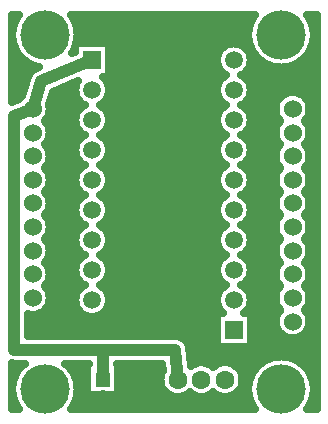
<source format=gtl>
G04 DipTrace 3.2.0.1*
G04 xbee_js_basict.gtl*
%MOIN*%
G04 #@! TF.FileFunction,Copper,L1,Top*
G04 #@! TF.Part,Single*
G04 #@! TA.AperFunction,Conductor*
%ADD13C,0.04*%
G04 #@! TA.AperFunction,CopperBalancing*
%ADD15C,0.025*%
G04 #@! TA.AperFunction,ComponentPad*
%ADD16R,0.049213X0.049213*%
%ADD17C,0.049213*%
%ADD18R,0.062992X0.062992*%
%ADD19C,0.062992*%
%ADD20R,0.059055X0.059055*%
%ADD21C,0.059055*%
%ADD22C,0.06*%
G04 #@! TA.AperFunction,ViaPad*
%ADD23C,0.165*%
%FSLAX26Y26*%
G04*
G70*
G90*
G75*
G01*
G04 Top*
%LPD*%
X506378Y1435827D2*
D13*
X534449Y1528701D1*
X704409Y1598701D1*
X990079Y533701D2*
X981058Y633701D1*
X739449D1*
X709921D1*
X444449D1*
Y1413845D1*
X506378Y1435827D1*
X739449Y533228D2*
Y633701D1*
D23*
X546929Y501969D3*
Y1683071D3*
X1334331Y501969D3*
Y1683071D3*
X438487Y1736256D2*
D15*
X449312D1*
X644570D2*
X1236683D1*
X1431977D2*
X1451055D1*
X654689Y1711387D2*
X1226564D1*
X1442096D2*
X1451091D1*
X658350Y1686518D2*
X1222903D1*
X656304Y1661650D2*
X1224949D1*
X762916Y1636781D2*
X1133265D1*
X1220439D2*
X1233166D1*
X1435493D2*
X1451091D1*
X438487Y1611912D2*
X461871D1*
X762916D2*
X1119916D1*
X1233788D2*
X1249278D1*
X1419381D2*
X1451091D1*
X438487Y1587043D2*
X492875D1*
X762916D2*
X1119557D1*
X1234147D2*
X1280282D1*
X1388377D2*
X1451091D1*
X438487Y1562175D2*
X499693D1*
X762916D2*
X1131865D1*
X1221839D2*
X1451091D1*
X438523Y1537306D2*
X485986D1*
X747486D2*
X1133767D1*
X1219937D2*
X1451091D1*
X438523Y1512437D2*
X478450D1*
X619559D2*
X647608D1*
X761229D2*
X1120023D1*
X1233645D2*
X1451091D1*
X438523Y1487568D2*
X470950D1*
X573089D2*
X646998D1*
X761804D2*
X1119449D1*
X1234255D2*
X1347350D1*
X1397707D2*
X1451127D1*
X565553Y1462699D2*
X658983D1*
X749818D2*
X1131435D1*
X1222270D2*
X1320329D1*
X1424728D2*
X1451127D1*
X565338Y1437831D2*
X661818D1*
X746983D2*
X1134269D1*
X1219435D2*
X1313547D1*
X1431474D2*
X1451127D1*
X560529Y1412962D2*
X647752D1*
X761086D2*
X1120167D1*
X1233537D2*
X1318355D1*
X1426666D2*
X1451127D1*
X556115Y1388093D2*
X646890D1*
X761911D2*
X1119342D1*
X1234362D2*
X1322805D1*
X1422252D2*
X1451127D1*
X565051Y1363224D2*
X658553D1*
X750249D2*
X1131004D1*
X1222700D2*
X1313870D1*
X1431187D2*
X1451127D1*
X562180Y1338356D2*
X662356D1*
X746481D2*
X1134772D1*
X1218932D2*
X1316740D1*
X1428316D2*
X1451127D1*
X553101Y1313487D2*
X647859D1*
X760942D2*
X1120310D1*
X1233394D2*
X1325783D1*
X1419238D2*
X1451127D1*
X564441Y1288618D2*
X646819D1*
X762019D2*
X1119234D1*
X1234470D2*
X1314480D1*
X1430577D2*
X1451163D1*
X563436Y1263749D2*
X658122D1*
X750680D2*
X1130573D1*
X1223131D2*
X1315449D1*
X1429608D2*
X1451163D1*
X549477Y1238881D2*
X662859D1*
X745943D2*
X1135310D1*
X1218394D2*
X1329408D1*
X1415613D2*
X1451163D1*
X563508Y1214012D2*
X648039D1*
X760799D2*
X1120454D1*
X1233250D2*
X1315413D1*
X1429644D2*
X1451163D1*
X564405Y1189143D2*
X646711D1*
X762091D2*
X1119162D1*
X1234542D2*
X1314516D1*
X1430541D2*
X1451163D1*
X552958Y1164274D2*
X657727D1*
X751110D2*
X1130143D1*
X1223525D2*
X1325927D1*
X1419094D2*
X1451163D1*
X562252Y1139406D2*
X663433D1*
X745405D2*
X1135848D1*
X1217856D2*
X1316669D1*
X1428388D2*
X1451163D1*
X565015Y1114537D2*
X648182D1*
X760655D2*
X1120633D1*
X1233071D2*
X1313870D1*
X1431151D2*
X1451163D1*
X555972Y1089668D2*
X646639D1*
X762198D2*
X1119054D1*
X1234650D2*
X1322913D1*
X1422109D2*
X1451199D1*
X560637Y1064799D2*
X657297D1*
X751505D2*
X1129748D1*
X1223956D2*
X1318283D1*
X1426773D2*
X1451199D1*
X565338Y1039930D2*
X663971D1*
X744830D2*
X1136422D1*
X1217282D2*
X1313583D1*
X1431474D2*
X1451199D1*
X558448Y1015062D2*
X648326D1*
X760476D2*
X1120777D1*
X1232927D2*
X1320437D1*
X1424620D2*
X1451199D1*
X558591Y990193D2*
X646532D1*
X762270D2*
X1118983D1*
X1234721D2*
X1320293D1*
X1424764D2*
X1451199D1*
X565338Y965324D2*
X656902D1*
X751900D2*
X1129353D1*
X1224351D2*
X1313547D1*
X1431474D2*
X1451199D1*
X560493Y940455D2*
X664545D1*
X744256D2*
X1136997D1*
X1216707D2*
X1318391D1*
X1426666D2*
X1451199D1*
X556151Y915587D2*
X648505D1*
X760332D2*
X1120920D1*
X1232748D2*
X1322769D1*
X1422288D2*
X1451199D1*
X565051Y890718D2*
X646460D1*
X762342D2*
X1118911D1*
X1234793D2*
X1313870D1*
X1431187D2*
X1451234D1*
X562144Y865849D2*
X656543D1*
X752294D2*
X1128959D1*
X1224710D2*
X1316740D1*
X1428281D2*
X1451234D1*
X553173Y840980D2*
X665155D1*
X743646D2*
X1137607D1*
X1216097D2*
X1325747D1*
X1419310D2*
X1451234D1*
X564441Y816112D2*
X648649D1*
X760153D2*
X1121100D1*
X1232604D2*
X1314444D1*
X1430577D2*
X1451234D1*
X563436Y791243D2*
X646388D1*
X762414D2*
X1118839D1*
X1234865D2*
X1315449D1*
X1429572D2*
X1451234D1*
X549226Y766374D2*
X656148D1*
X752653D2*
X1128600D1*
X1225104D2*
X1329336D1*
X1415685D2*
X1451234D1*
X493426Y741505D2*
X1118337D1*
X1235367D2*
X1315377D1*
X1429644D2*
X1451234D1*
X493426Y716636D2*
X1118337D1*
X1235367D2*
X1314516D1*
X1430505D2*
X1451234D1*
X493426Y691768D2*
X1118337D1*
X1235367D2*
X1325999D1*
X1419058D2*
X1451234D1*
X1016115Y666899D2*
X1118337D1*
X1235367D2*
X1451270D1*
X1029284Y642030D2*
X1451270D1*
X1031724Y617161D2*
X1451270D1*
X1033985Y592293D2*
X1270845D1*
X1397815D2*
X1451270D1*
X438667Y567424D2*
X457278D1*
X636568D2*
X685861D1*
X793059D2*
X937839D1*
X1197222D2*
X1244685D1*
X1423975D2*
X1451270D1*
X650599Y542555D2*
X685861D1*
X793059D2*
X930268D1*
X1207378D2*
X1230690D1*
X1437969D2*
X1451270D1*
X657273Y517686D2*
X685861D1*
X793059D2*
X931847D1*
X1205799D2*
X1223980D1*
X658027Y492818D2*
X685861D1*
X793059D2*
X946452D1*
X1191194D2*
X1223226D1*
X652967Y467949D2*
X1228286D1*
X1440374D2*
X1451306D1*
X438702Y443080D2*
X452721D1*
X641125D2*
X1240128D1*
X1428532D2*
X1451306D1*
X785920Y584327D2*
X790547D1*
Y482130D1*
X688350D1*
Y584327D1*
X692979D1*
X691549Y587209D1*
X614864D1*
X623998Y579038D1*
X629807Y572753D1*
X635106Y566032D1*
X639860Y558917D1*
X644042Y551450D1*
X647625Y543678D1*
X650587Y535649D1*
X652910Y527412D1*
X654579Y519019D1*
X655585Y510520D1*
X655921Y501969D1*
X655585Y493417D1*
X654579Y484918D1*
X652910Y476525D1*
X650587Y468288D1*
X647625Y460259D1*
X644042Y452487D1*
X639860Y445020D1*
X633760Y436198D1*
X1247406Y436201D1*
X1241400Y445020D1*
X1237218Y452487D1*
X1233635Y460259D1*
X1230673Y468288D1*
X1228350Y476525D1*
X1226680Y484918D1*
X1225675Y493417D1*
X1225339Y501969D1*
X1225675Y510520D1*
X1226680Y519019D1*
X1228350Y527412D1*
X1230673Y535649D1*
X1233635Y543678D1*
X1237218Y551450D1*
X1241400Y558917D1*
X1246154Y566032D1*
X1251452Y572753D1*
X1257262Y579038D1*
X1263546Y584847D1*
X1270267Y590145D1*
X1277382Y594900D1*
X1284849Y599081D1*
X1292621Y602664D1*
X1300650Y605626D1*
X1308887Y607949D1*
X1317281Y609619D1*
X1325779Y610625D1*
X1334331Y610961D1*
X1342882Y610625D1*
X1351381Y609619D1*
X1359774Y607949D1*
X1368011Y605626D1*
X1376040Y602664D1*
X1383812Y599081D1*
X1391279Y594900D1*
X1398395Y590145D1*
X1405115Y584847D1*
X1411400Y579038D1*
X1417209Y572753D1*
X1422507Y566032D1*
X1427262Y558917D1*
X1431443Y551450D1*
X1435026Y543678D1*
X1437988Y535649D1*
X1440311Y527412D1*
X1441981Y519019D1*
X1442987Y510520D1*
X1443323Y501969D1*
X1442987Y493417D1*
X1441981Y484918D1*
X1440311Y476525D1*
X1437988Y468288D1*
X1435026Y460259D1*
X1431443Y452487D1*
X1427262Y445020D1*
X1421162Y436198D1*
X1453812Y436201D1*
X1453567Y1749067D1*
X1421052Y1749060D1*
X1427262Y1740019D1*
X1431443Y1732552D1*
X1435026Y1724780D1*
X1437988Y1716751D1*
X1440311Y1708515D1*
X1441981Y1700121D1*
X1442987Y1691622D1*
X1443323Y1683071D1*
X1442987Y1674519D1*
X1441981Y1666021D1*
X1440311Y1657627D1*
X1437988Y1649390D1*
X1435026Y1641361D1*
X1431443Y1633589D1*
X1427262Y1626123D1*
X1422507Y1619007D1*
X1417209Y1612286D1*
X1411400Y1606002D1*
X1405115Y1600193D1*
X1398395Y1594894D1*
X1391279Y1590140D1*
X1383812Y1585958D1*
X1376040Y1582375D1*
X1368011Y1579413D1*
X1359774Y1577090D1*
X1351381Y1575421D1*
X1342882Y1574415D1*
X1334331Y1574079D1*
X1325779Y1574415D1*
X1317281Y1575421D1*
X1308887Y1577090D1*
X1300650Y1579413D1*
X1292621Y1582375D1*
X1284849Y1585958D1*
X1277382Y1590140D1*
X1270267Y1594894D1*
X1263546Y1600193D1*
X1257262Y1606002D1*
X1251452Y1612286D1*
X1246154Y1619007D1*
X1241400Y1626123D1*
X1237218Y1633589D1*
X1233635Y1641361D1*
X1230673Y1649390D1*
X1228350Y1657627D1*
X1226680Y1666021D1*
X1225675Y1674519D1*
X1225339Y1683071D1*
X1225675Y1691622D1*
X1226680Y1700121D1*
X1228350Y1708515D1*
X1230673Y1716751D1*
X1233635Y1724780D1*
X1237218Y1732552D1*
X1241400Y1740019D1*
X1247624Y1748999D1*
X633824Y1748887D1*
X639860Y1740019D1*
X644042Y1732552D1*
X647625Y1724780D1*
X650587Y1716751D1*
X652910Y1708515D1*
X654579Y1700121D1*
X655585Y1691622D1*
X655921Y1683071D1*
X655585Y1674519D1*
X654579Y1666021D1*
X652084Y1654699D1*
X760429Y1654720D1*
Y1542681D1*
X739078D1*
X744021Y1538313D1*
X749730Y1531628D1*
X754323Y1524133D1*
X757687Y1516012D1*
X759739Y1507464D1*
X760429Y1498701D1*
X759739Y1489937D1*
X757687Y1481390D1*
X754323Y1473268D1*
X749730Y1465773D1*
X744021Y1459089D1*
X737337Y1453380D1*
X729670Y1448708D1*
X737337Y1444022D1*
X744021Y1438313D1*
X749730Y1431628D1*
X754323Y1424133D1*
X757687Y1416012D1*
X759739Y1407464D1*
X760429Y1398701D1*
X759739Y1389937D1*
X757687Y1381390D1*
X754323Y1373268D1*
X749730Y1365773D1*
X744021Y1359089D1*
X737337Y1353380D1*
X729670Y1348708D1*
X737337Y1344022D1*
X744021Y1338313D1*
X749730Y1331628D1*
X754323Y1324133D1*
X757687Y1316012D1*
X759739Y1307464D1*
X760429Y1298701D1*
X759739Y1289937D1*
X757687Y1281390D1*
X754323Y1273268D1*
X749730Y1265773D1*
X744021Y1259089D1*
X737337Y1253380D1*
X729670Y1248708D1*
X737337Y1244022D1*
X744021Y1238313D1*
X749730Y1231628D1*
X754323Y1224133D1*
X757687Y1216012D1*
X759739Y1207464D1*
X760429Y1198701D1*
X759739Y1189937D1*
X757687Y1181390D1*
X754323Y1173268D1*
X749730Y1165773D1*
X744021Y1159089D1*
X737337Y1153380D1*
X729670Y1148708D1*
X737337Y1144022D1*
X744021Y1138313D1*
X749730Y1131628D1*
X754323Y1124133D1*
X757687Y1116012D1*
X759739Y1107464D1*
X760429Y1098701D1*
X759739Y1089937D1*
X757687Y1081390D1*
X754323Y1073268D1*
X749730Y1065773D1*
X744021Y1059089D1*
X737337Y1053380D1*
X729670Y1048708D1*
X737337Y1044022D1*
X744021Y1038313D1*
X749730Y1031628D1*
X754323Y1024133D1*
X757687Y1016012D1*
X759739Y1007464D1*
X760429Y998701D1*
X759739Y989937D1*
X757687Y981390D1*
X754323Y973268D1*
X749730Y965773D1*
X744021Y959089D1*
X737337Y953380D1*
X729670Y948708D1*
X737337Y944022D1*
X744021Y938313D1*
X749730Y931628D1*
X754323Y924133D1*
X757687Y916012D1*
X759739Y907464D1*
X760429Y898701D1*
X759739Y889937D1*
X757687Y881390D1*
X754323Y873268D1*
X749730Y865773D1*
X744021Y859089D1*
X737337Y853380D1*
X729670Y848708D1*
X737337Y844022D1*
X744021Y838313D1*
X749730Y831628D1*
X754323Y824133D1*
X757687Y816012D1*
X759739Y807464D1*
X760429Y798701D1*
X759739Y789937D1*
X757687Y781390D1*
X754323Y773268D1*
X749730Y765773D1*
X744021Y759089D1*
X737337Y753380D1*
X729842Y748787D1*
X721720Y745423D1*
X713173Y743371D1*
X704409Y742681D1*
X695646Y743371D1*
X687098Y745423D1*
X678977Y748787D1*
X671482Y753380D1*
X664798Y759089D1*
X659089Y765773D1*
X654496Y773268D1*
X651132Y781390D1*
X649079Y789937D1*
X648390Y798701D1*
X649079Y807464D1*
X651132Y816012D1*
X654496Y824133D1*
X659089Y831628D1*
X664798Y838313D1*
X671482Y844022D1*
X679149Y848694D1*
X671482Y853380D1*
X664798Y859089D1*
X659089Y865773D1*
X654496Y873268D1*
X651132Y881390D1*
X649079Y889937D1*
X648390Y898701D1*
X649079Y907464D1*
X651132Y916012D1*
X654496Y924133D1*
X659089Y931628D1*
X664798Y938313D1*
X671482Y944022D1*
X679149Y948694D1*
X671482Y953380D1*
X664798Y959089D1*
X659089Y965773D1*
X654496Y973268D1*
X651132Y981390D1*
X649079Y989937D1*
X648390Y998701D1*
X649079Y1007464D1*
X651132Y1016012D1*
X654496Y1024133D1*
X659089Y1031628D1*
X664798Y1038313D1*
X671482Y1044022D1*
X679149Y1048694D1*
X671482Y1053380D1*
X664798Y1059089D1*
X659089Y1065773D1*
X654496Y1073268D1*
X651132Y1081390D1*
X649079Y1089937D1*
X648390Y1098701D1*
X649079Y1107464D1*
X651132Y1116012D1*
X654496Y1124133D1*
X659089Y1131628D1*
X664798Y1138313D1*
X671482Y1144022D1*
X679149Y1148694D1*
X671482Y1153380D1*
X664798Y1159089D1*
X659089Y1165773D1*
X654496Y1173268D1*
X651132Y1181390D1*
X649079Y1189937D1*
X648390Y1198701D1*
X649079Y1207464D1*
X651132Y1216012D1*
X654496Y1224133D1*
X659089Y1231628D1*
X664798Y1238313D1*
X671482Y1244022D1*
X679149Y1248694D1*
X671482Y1253380D1*
X664798Y1259089D1*
X659089Y1265773D1*
X654496Y1273268D1*
X651132Y1281390D1*
X649079Y1289937D1*
X648390Y1298701D1*
X649079Y1307464D1*
X651132Y1316012D1*
X654496Y1324133D1*
X659089Y1331628D1*
X664798Y1338313D1*
X671482Y1344022D1*
X679149Y1348694D1*
X671482Y1353380D1*
X664798Y1359089D1*
X659089Y1365773D1*
X654496Y1373268D1*
X651132Y1381390D1*
X649079Y1389937D1*
X648390Y1398701D1*
X649079Y1407464D1*
X651132Y1416012D1*
X654496Y1424133D1*
X659089Y1431628D1*
X664798Y1438313D1*
X671482Y1444022D1*
X679149Y1448694D1*
X671482Y1453380D1*
X664798Y1459089D1*
X659089Y1465773D1*
X654496Y1473268D1*
X651132Y1481390D1*
X649079Y1489937D1*
X648390Y1498701D1*
X649079Y1507464D1*
X651132Y1516012D1*
X654496Y1524133D1*
X657361Y1529042D1*
X572572Y1494121D1*
X560172Y1453111D1*
X562175Y1444664D1*
X562870Y1435827D1*
X562175Y1426989D1*
X560105Y1418370D1*
X556713Y1410180D1*
X552081Y1402622D1*
X546877Y1396479D1*
X552081Y1390292D1*
X556713Y1382734D1*
X560105Y1374544D1*
X562175Y1365924D1*
X562870Y1357087D1*
X562175Y1348249D1*
X560105Y1339630D1*
X556713Y1331440D1*
X552081Y1323881D1*
X546877Y1317739D1*
X552081Y1311552D1*
X556713Y1303993D1*
X560105Y1295803D1*
X562175Y1287184D1*
X562870Y1278346D1*
X562175Y1269509D1*
X560105Y1260889D1*
X556713Y1252700D1*
X552081Y1245141D1*
X546877Y1238999D1*
X552081Y1232812D1*
X556713Y1225253D1*
X560105Y1217063D1*
X562175Y1208444D1*
X562870Y1199606D1*
X562175Y1190769D1*
X560105Y1182149D1*
X556713Y1173959D1*
X552081Y1166401D1*
X546877Y1160258D1*
X552081Y1154071D1*
X556713Y1146513D1*
X560105Y1138323D1*
X562175Y1129703D1*
X562870Y1120866D1*
X562175Y1112029D1*
X560105Y1103409D1*
X556713Y1095219D1*
X552081Y1087661D1*
X546877Y1081518D1*
X552081Y1075331D1*
X556713Y1067773D1*
X560105Y1059583D1*
X562175Y1050963D1*
X562870Y1042126D1*
X562175Y1033289D1*
X560105Y1024669D1*
X556713Y1016479D1*
X552081Y1008921D1*
X546877Y1002778D1*
X552081Y996591D1*
X556713Y989033D1*
X560105Y980843D1*
X562175Y972223D1*
X562870Y963386D1*
X562175Y954549D1*
X560105Y945929D1*
X556713Y937739D1*
X552081Y930181D1*
X546877Y924038D1*
X552081Y917851D1*
X556713Y910293D1*
X560105Y902103D1*
X562175Y893483D1*
X562870Y884646D1*
X562175Y875808D1*
X560105Y867189D1*
X556713Y858999D1*
X552081Y851440D1*
X546877Y845298D1*
X552081Y839111D1*
X556713Y831552D1*
X560105Y823363D1*
X562175Y814743D1*
X562870Y805906D1*
X562175Y797068D1*
X560105Y788448D1*
X556713Y780259D1*
X552081Y772700D1*
X546324Y765960D1*
X539583Y760202D1*
X532025Y755571D1*
X523835Y752178D1*
X515215Y750109D1*
X506378Y749413D1*
X497541Y750109D1*
X490939Y751609D1*
X490941Y680193D1*
X984705Y680050D1*
X991911Y678908D1*
X998850Y676654D1*
X1005350Y673342D1*
X1011252Y669054D1*
X1016411Y663895D1*
X1020699Y657993D1*
X1024011Y651493D1*
X1026265Y644554D1*
X1026979Y640960D1*
X1032672Y579016D1*
X1038520Y583144D1*
X1046628Y587275D1*
X1055282Y590087D1*
X1064269Y591510D1*
X1073369D1*
X1082356Y590087D1*
X1091010Y587275D1*
X1099118Y583144D1*
X1106479Y577795D1*
X1108164Y576238D1*
X1113474Y580614D1*
X1121233Y585369D1*
X1129640Y588851D1*
X1138488Y590975D1*
X1147559Y591689D1*
X1156630Y590975D1*
X1165478Y588851D1*
X1173885Y585369D1*
X1181644Y580614D1*
X1188563Y574705D1*
X1194472Y567785D1*
X1199227Y560027D1*
X1202709Y551620D1*
X1204833Y542772D1*
X1205547Y533701D1*
X1204833Y524629D1*
X1202709Y515781D1*
X1199227Y507375D1*
X1194472Y499616D1*
X1188563Y492697D1*
X1181644Y486787D1*
X1173885Y482033D1*
X1165478Y478551D1*
X1156630Y476427D1*
X1147559Y475713D1*
X1138488Y476427D1*
X1129640Y478551D1*
X1121233Y482033D1*
X1113474Y486787D1*
X1108214Y491164D1*
X1102903Y486787D1*
X1095145Y482033D1*
X1086738Y478551D1*
X1077890Y476427D1*
X1068819Y475713D1*
X1059748Y476427D1*
X1050900Y478551D1*
X1042493Y482033D1*
X1034734Y486787D1*
X1029474Y491164D1*
X1024163Y486787D1*
X1016405Y482033D1*
X1007998Y478551D1*
X999150Y476427D1*
X990079Y475713D1*
X981007Y476427D1*
X972159Y478551D1*
X963753Y482033D1*
X955994Y486787D1*
X949075Y492697D1*
X943165Y499616D1*
X938411Y507375D1*
X934929Y515781D1*
X932804Y524629D1*
X932091Y533701D1*
X932804Y542772D1*
X934929Y551620D1*
X938411Y560027D1*
X940665Y564044D1*
X938568Y587242D1*
X785955Y587209D1*
X1130017Y754720D2*
X1142182D1*
X1137238Y759089D1*
X1131530Y765773D1*
X1126936Y773268D1*
X1123573Y781390D1*
X1121520Y789937D1*
X1120831Y798701D1*
X1121520Y807464D1*
X1123573Y816012D1*
X1126936Y824133D1*
X1131530Y831628D1*
X1137238Y838313D1*
X1143923Y844022D1*
X1151590Y848694D1*
X1143923Y853380D1*
X1137238Y859089D1*
X1131530Y865773D1*
X1126936Y873268D1*
X1123573Y881390D1*
X1121520Y889937D1*
X1120831Y898701D1*
X1121520Y907464D1*
X1123573Y916012D1*
X1126936Y924133D1*
X1131530Y931628D1*
X1137238Y938313D1*
X1143923Y944022D1*
X1151590Y948694D1*
X1143923Y953380D1*
X1137238Y959089D1*
X1131530Y965773D1*
X1126936Y973268D1*
X1123573Y981390D1*
X1121520Y989937D1*
X1120831Y998701D1*
X1121520Y1007464D1*
X1123573Y1016012D1*
X1126936Y1024133D1*
X1131530Y1031628D1*
X1137238Y1038313D1*
X1143923Y1044022D1*
X1151590Y1048694D1*
X1143923Y1053380D1*
X1137238Y1059089D1*
X1131530Y1065773D1*
X1126936Y1073268D1*
X1123573Y1081390D1*
X1121520Y1089937D1*
X1120831Y1098701D1*
X1121520Y1107464D1*
X1123573Y1116012D1*
X1126936Y1124133D1*
X1131530Y1131628D1*
X1137238Y1138313D1*
X1143923Y1144022D1*
X1151590Y1148694D1*
X1143923Y1153380D1*
X1137238Y1159089D1*
X1131530Y1165773D1*
X1126936Y1173268D1*
X1123573Y1181390D1*
X1121520Y1189937D1*
X1120831Y1198701D1*
X1121520Y1207464D1*
X1123573Y1216012D1*
X1126936Y1224133D1*
X1131530Y1231628D1*
X1137238Y1238313D1*
X1143923Y1244022D1*
X1151590Y1248694D1*
X1143923Y1253380D1*
X1137238Y1259089D1*
X1131530Y1265773D1*
X1126936Y1273268D1*
X1123573Y1281390D1*
X1121520Y1289937D1*
X1120831Y1298701D1*
X1121520Y1307464D1*
X1123573Y1316012D1*
X1126936Y1324133D1*
X1131530Y1331628D1*
X1137238Y1338313D1*
X1143923Y1344022D1*
X1151590Y1348694D1*
X1143923Y1353380D1*
X1137238Y1359089D1*
X1131530Y1365773D1*
X1126936Y1373268D1*
X1123573Y1381390D1*
X1121520Y1389937D1*
X1120831Y1398701D1*
X1121520Y1407464D1*
X1123573Y1416012D1*
X1126936Y1424133D1*
X1131530Y1431628D1*
X1137238Y1438313D1*
X1143923Y1444022D1*
X1151590Y1448694D1*
X1143923Y1453380D1*
X1137238Y1459089D1*
X1131530Y1465773D1*
X1126936Y1473268D1*
X1123573Y1481390D1*
X1121520Y1489937D1*
X1120831Y1498701D1*
X1121520Y1507464D1*
X1123573Y1516012D1*
X1126936Y1524133D1*
X1131530Y1531628D1*
X1137238Y1538313D1*
X1143923Y1544022D1*
X1151590Y1548694D1*
X1143923Y1553380D1*
X1137238Y1559089D1*
X1131530Y1565773D1*
X1126936Y1573268D1*
X1123573Y1581390D1*
X1121520Y1589937D1*
X1120831Y1598701D1*
X1121520Y1607464D1*
X1123573Y1616012D1*
X1126936Y1624133D1*
X1131530Y1631628D1*
X1137238Y1638313D1*
X1143923Y1644022D1*
X1151418Y1648615D1*
X1159539Y1651979D1*
X1168087Y1654031D1*
X1176850Y1654720D1*
X1185614Y1654031D1*
X1194161Y1651979D1*
X1202283Y1648615D1*
X1209778Y1644022D1*
X1216462Y1638313D1*
X1222171Y1631628D1*
X1226764Y1624133D1*
X1230128Y1616012D1*
X1232180Y1607464D1*
X1232870Y1598701D1*
X1232180Y1589937D1*
X1230128Y1581390D1*
X1226764Y1573268D1*
X1222171Y1565773D1*
X1216462Y1559089D1*
X1209778Y1553380D1*
X1202111Y1548708D1*
X1209778Y1544022D1*
X1216462Y1538313D1*
X1222171Y1531628D1*
X1226764Y1524133D1*
X1230128Y1516012D1*
X1232180Y1507464D1*
X1232870Y1498701D1*
X1232180Y1489937D1*
X1230128Y1481390D1*
X1226764Y1473268D1*
X1222171Y1465773D1*
X1216462Y1459089D1*
X1209778Y1453380D1*
X1202111Y1448708D1*
X1209778Y1444022D1*
X1216462Y1438313D1*
X1222171Y1431628D1*
X1226764Y1424133D1*
X1230128Y1416012D1*
X1232180Y1407464D1*
X1232870Y1398701D1*
X1232180Y1389937D1*
X1230128Y1381390D1*
X1226764Y1373268D1*
X1222171Y1365773D1*
X1216462Y1359089D1*
X1209778Y1353380D1*
X1202111Y1348708D1*
X1209778Y1344022D1*
X1216462Y1338313D1*
X1222171Y1331628D1*
X1226764Y1324133D1*
X1230128Y1316012D1*
X1232180Y1307464D1*
X1232870Y1298701D1*
X1232180Y1289937D1*
X1230128Y1281390D1*
X1226764Y1273268D1*
X1222171Y1265773D1*
X1216462Y1259089D1*
X1209778Y1253380D1*
X1202111Y1248708D1*
X1209778Y1244022D1*
X1216462Y1238313D1*
X1222171Y1231628D1*
X1226764Y1224133D1*
X1230128Y1216012D1*
X1232180Y1207464D1*
X1232870Y1198701D1*
X1232180Y1189937D1*
X1230128Y1181390D1*
X1226764Y1173268D1*
X1222171Y1165773D1*
X1216462Y1159089D1*
X1209778Y1153380D1*
X1202111Y1148708D1*
X1209778Y1144022D1*
X1216462Y1138313D1*
X1222171Y1131628D1*
X1226764Y1124133D1*
X1230128Y1116012D1*
X1232180Y1107464D1*
X1232870Y1098701D1*
X1232180Y1089937D1*
X1230128Y1081390D1*
X1226764Y1073268D1*
X1222171Y1065773D1*
X1216462Y1059089D1*
X1209778Y1053380D1*
X1202111Y1048708D1*
X1209778Y1044022D1*
X1216462Y1038313D1*
X1222171Y1031628D1*
X1226764Y1024133D1*
X1230128Y1016012D1*
X1232180Y1007464D1*
X1232870Y998701D1*
X1232180Y989937D1*
X1230128Y981390D1*
X1226764Y973268D1*
X1222171Y965773D1*
X1216462Y959089D1*
X1209778Y953380D1*
X1202111Y948708D1*
X1209778Y944022D1*
X1216462Y938313D1*
X1222171Y931628D1*
X1226764Y924133D1*
X1230128Y916012D1*
X1232180Y907464D1*
X1232870Y898701D1*
X1232180Y889937D1*
X1230128Y881390D1*
X1226764Y873268D1*
X1222171Y865773D1*
X1216462Y859089D1*
X1209778Y853380D1*
X1202111Y848708D1*
X1209778Y844022D1*
X1216462Y838313D1*
X1222171Y831628D1*
X1226764Y824133D1*
X1230128Y816012D1*
X1232180Y807464D1*
X1232870Y798701D1*
X1232180Y789937D1*
X1230128Y781390D1*
X1226764Y773268D1*
X1222171Y765773D1*
X1216462Y759089D1*
X1211492Y754731D1*
X1232870Y754720D1*
Y642681D1*
X1120831D1*
Y754720D1*
X1130017D1*
X648390Y1625896D2*
Y1643264D1*
X644042Y1633589D1*
X639860Y1626123D1*
X636424Y1620980D1*
X648369Y1625901D1*
X460588Y1468902D2*
X466432Y1475773D1*
X471145Y1479932D1*
X490261Y1543157D1*
X493067Y1549891D1*
X496891Y1556104D1*
X501640Y1561642D1*
X507197Y1566369D1*
X513425Y1570168D1*
X526996Y1575912D1*
X513249Y1579413D1*
X505220Y1582375D1*
X497448Y1585958D1*
X489981Y1590140D1*
X482865Y1594894D1*
X476144Y1600193D1*
X469860Y1606002D1*
X464051Y1612286D1*
X458753Y1619007D1*
X453998Y1626123D1*
X449816Y1633589D1*
X446234Y1641361D1*
X443271Y1649390D1*
X440948Y1657627D1*
X439279Y1666021D1*
X438273Y1674519D1*
X437937Y1683071D1*
X438273Y1691622D1*
X439279Y1700121D1*
X440948Y1708515D1*
X443271Y1716751D1*
X446234Y1724780D1*
X449816Y1732552D1*
X453998Y1740019D1*
X460098Y1748841D1*
X435959Y1748844D1*
X436021Y1460187D1*
X460584Y1468906D1*
X1428838Y722733D2*
X1427451Y713978D1*
X1424712Y705547D1*
X1420687Y697648D1*
X1415477Y690477D1*
X1409208Y684208D1*
X1402037Y678998D1*
X1394138Y674973D1*
X1385708Y672234D1*
X1376952Y670847D1*
X1368087D1*
X1359332Y672234D1*
X1350901Y674973D1*
X1343003Y678998D1*
X1335831Y684208D1*
X1329563Y690477D1*
X1324352Y697648D1*
X1320328Y705547D1*
X1317588Y713978D1*
X1316202Y722733D1*
Y731598D1*
X1317588Y740353D1*
X1320328Y748784D1*
X1324352Y756682D1*
X1329563Y763854D1*
X1332021Y766513D1*
X1326817Y772700D1*
X1322185Y780259D1*
X1318792Y788448D1*
X1316723Y797068D1*
X1316028Y805906D1*
X1316723Y814743D1*
X1318792Y823363D1*
X1322185Y831552D1*
X1326817Y839111D1*
X1332021Y845253D1*
X1326817Y851440D1*
X1322185Y858999D1*
X1318792Y867189D1*
X1316723Y875808D1*
X1316028Y884646D1*
X1316723Y893483D1*
X1318792Y902103D1*
X1322185Y910293D1*
X1326817Y917851D1*
X1332021Y923994D1*
X1326817Y930181D1*
X1322185Y937739D1*
X1318792Y945929D1*
X1316723Y954549D1*
X1316028Y963386D1*
X1316723Y972223D1*
X1318792Y980843D1*
X1322185Y989033D1*
X1326817Y996591D1*
X1332021Y1002734D1*
X1326817Y1008921D1*
X1322185Y1016479D1*
X1318792Y1024669D1*
X1316723Y1033289D1*
X1316028Y1042126D1*
X1316723Y1050963D1*
X1318792Y1059583D1*
X1322185Y1067773D1*
X1326817Y1075331D1*
X1332021Y1081474D1*
X1326817Y1087661D1*
X1322185Y1095219D1*
X1318792Y1103409D1*
X1316723Y1112029D1*
X1316028Y1120866D1*
X1316723Y1129703D1*
X1318792Y1138323D1*
X1322185Y1146513D1*
X1326817Y1154071D1*
X1332021Y1160214D1*
X1326817Y1166401D1*
X1322185Y1173959D1*
X1318792Y1182149D1*
X1316723Y1190769D1*
X1316028Y1199606D1*
X1316723Y1208444D1*
X1318792Y1217063D1*
X1322185Y1225253D1*
X1326817Y1232812D1*
X1332021Y1238954D1*
X1326817Y1245141D1*
X1322185Y1252700D1*
X1318792Y1260889D1*
X1316723Y1269509D1*
X1316028Y1278346D1*
X1316723Y1287184D1*
X1318792Y1295803D1*
X1322185Y1303993D1*
X1326817Y1311552D1*
X1332021Y1317694D1*
X1326817Y1323881D1*
X1322185Y1331440D1*
X1318792Y1339630D1*
X1316723Y1348249D1*
X1316028Y1357087D1*
X1316723Y1365924D1*
X1318792Y1374544D1*
X1322185Y1382734D1*
X1326817Y1390292D1*
X1332021Y1396435D1*
X1326817Y1402622D1*
X1322185Y1410180D1*
X1318792Y1418370D1*
X1316723Y1426989D1*
X1316028Y1435827D1*
X1316723Y1444664D1*
X1318792Y1453284D1*
X1322185Y1461474D1*
X1326817Y1469032D1*
X1332574Y1475773D1*
X1339314Y1481530D1*
X1346873Y1486162D1*
X1355063Y1489554D1*
X1363682Y1491623D1*
X1372520Y1492319D1*
X1381357Y1491623D1*
X1389977Y1489554D1*
X1398167Y1486162D1*
X1405725Y1481530D1*
X1412466Y1475773D1*
X1418223Y1469032D1*
X1422855Y1461474D1*
X1426247Y1453284D1*
X1428316Y1444664D1*
X1429012Y1435827D1*
X1428316Y1426989D1*
X1426247Y1418370D1*
X1422855Y1410180D1*
X1418223Y1402622D1*
X1413018Y1396479D1*
X1418223Y1390292D1*
X1422855Y1382734D1*
X1426247Y1374544D1*
X1428316Y1365924D1*
X1429012Y1357087D1*
X1428316Y1348249D1*
X1426247Y1339630D1*
X1422855Y1331440D1*
X1418223Y1323881D1*
X1413018Y1317739D1*
X1418223Y1311552D1*
X1422855Y1303993D1*
X1426247Y1295803D1*
X1428316Y1287184D1*
X1429012Y1278346D1*
X1428316Y1269509D1*
X1426247Y1260889D1*
X1422855Y1252700D1*
X1418223Y1245141D1*
X1413018Y1238999D1*
X1418223Y1232812D1*
X1422855Y1225253D1*
X1426247Y1217063D1*
X1428316Y1208444D1*
X1429012Y1199606D1*
X1428316Y1190769D1*
X1426247Y1182149D1*
X1422855Y1173959D1*
X1418223Y1166401D1*
X1413018Y1160258D1*
X1418223Y1154071D1*
X1422855Y1146513D1*
X1426247Y1138323D1*
X1428316Y1129703D1*
X1429012Y1120866D1*
X1428316Y1112029D1*
X1426247Y1103409D1*
X1422855Y1095219D1*
X1418223Y1087661D1*
X1413018Y1081518D1*
X1418223Y1075331D1*
X1422855Y1067773D1*
X1426247Y1059583D1*
X1428316Y1050963D1*
X1429012Y1042126D1*
X1428316Y1033289D1*
X1426247Y1024669D1*
X1422855Y1016479D1*
X1418223Y1008921D1*
X1413018Y1002778D1*
X1418223Y996591D1*
X1422855Y989033D1*
X1426247Y980843D1*
X1428316Y972223D1*
X1429012Y963386D1*
X1428316Y954549D1*
X1426247Y945929D1*
X1422855Y937739D1*
X1418223Y930181D1*
X1413018Y924038D1*
X1418223Y917851D1*
X1422855Y910293D1*
X1426247Y902103D1*
X1428316Y893483D1*
X1429012Y884646D1*
X1428316Y875808D1*
X1426247Y867189D1*
X1422855Y858999D1*
X1418223Y851440D1*
X1413018Y845298D1*
X1418223Y839111D1*
X1422855Y831552D1*
X1426247Y823363D1*
X1428316Y814743D1*
X1429012Y805906D1*
X1428316Y797068D1*
X1426247Y788448D1*
X1422855Y780259D1*
X1418223Y772700D1*
X1413018Y766558D1*
X1418223Y760371D1*
X1422855Y752812D1*
X1426247Y744622D1*
X1428316Y736003D1*
X1429012Y727165D1*
X1428838Y722733D1*
X460098Y436198D2*
X453998Y445020D1*
X449816Y452487D1*
X446234Y460259D1*
X443271Y468288D1*
X440948Y476525D1*
X439279Y484918D1*
X438273Y493417D1*
X437937Y501969D1*
X438273Y510520D1*
X439279Y519019D1*
X440948Y527412D1*
X443271Y535649D1*
X446234Y543678D1*
X449816Y551450D1*
X453998Y558917D1*
X458753Y566032D1*
X464051Y572753D1*
X469860Y579038D1*
X479164Y587227D1*
X440801Y587352D1*
X437162Y587784D1*
X436171Y586801D1*
X436197Y436195D1*
X460035Y436201D1*
D16*
X739449Y533228D3*
D17*
Y474173D3*
D18*
X911339Y533701D3*
D19*
X990079D3*
X1068819D3*
X1147559D3*
D20*
X1176850Y698701D3*
D21*
Y798701D3*
Y898701D3*
Y998701D3*
Y1098701D3*
Y1198701D3*
Y1298701D3*
Y1398701D3*
Y1498701D3*
Y1598701D3*
D20*
X704409D3*
D21*
Y1498701D3*
Y1398701D3*
Y1298701D3*
Y1198701D3*
Y1098701D3*
Y998701D3*
Y898701D3*
Y798701D3*
Y698701D3*
D22*
X506378Y727165D3*
Y805906D3*
Y884646D3*
Y963386D3*
Y1042126D3*
Y1120866D3*
Y1199606D3*
Y1278346D3*
Y1357087D3*
Y1435827D3*
X1372520Y727165D3*
Y805906D3*
Y884646D3*
Y963386D3*
Y1042126D3*
Y1120866D3*
Y1199606D3*
Y1278346D3*
Y1357087D3*
Y1435827D3*
M02*

</source>
